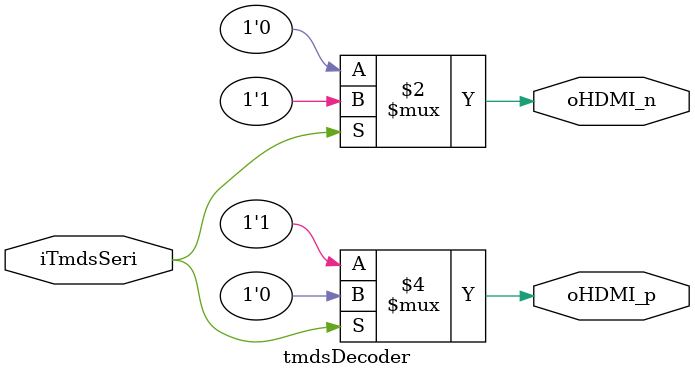
<source format=v>
/*
 * Create 2021/12/22
 * Author koutakimura
 * Editor VSCode ver1.62.7
 * Build  Vivado20.2
 * Borad  Nexys Video
 * -
 * HDMI Decoder
 */
module tmdsDecoder (
    // input   iCLK,
    // input   iRST,
    input   iTmdsSeri,  // tmds serial data
    output  oHDMI_n,
    output  oHDMI_p
);

assign oHDMI_n = (iTmdsSeri == 1'b1) ? 1'b1 : 1'b0;
assign oHDMI_p = (iTmdsSeri == 1'b1) ? 1'b0 : 1'b1;


// reg hdmi_n;        assign oHDMI_N = hdmi_n;
// reg hdmi_p;        assign oHDMI_P = hdmi_p;

// always @(posedge iCLK) begin
//     if (iRST == 1'b1) begin
//         hdmi_n <= 0;
//         hdmi_p <= 1'b1;
//     end else if (iTmdsSeri == 1'b1) begin
//         hdmi_n <= 1'b1;
//         hdmi_p <= 0;
//     end else begin
//         hdmi_n <= 0;
//         hdmi_p <= 1'b1;
//     end
// end

endmodule
</source>
